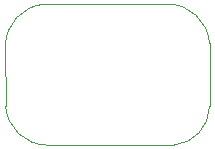
<source format=gbr>
%TF.GenerationSoftware,KiCad,Pcbnew,(5.1.9)-1*%
%TF.CreationDate,2021-01-09T16:59:08-05:00*%
%TF.ProjectId,jouleThief,6a6f756c-6554-4686-9965-662e6b696361,rev?*%
%TF.SameCoordinates,PX7e341b0PY5c0c740*%
%TF.FileFunction,Profile,NP*%
%FSLAX46Y46*%
G04 Gerber Fmt 4.6, Leading zero omitted, Abs format (unit mm)*
G04 Created by KiCad (PCBNEW (5.1.9)-1) date 2021-01-09 16:59:08*
%MOMM*%
%LPD*%
G01*
G04 APERTURE LIST*
%TA.AperFunction,Profile*%
%ADD10C,0.050000*%
%TD*%
G04 APERTURE END LIST*
D10*
X3810000Y0D02*
G75*
G02*
X254002Y3311060I1J3565059D01*
G01*
X244940Y8382002D02*
G75*
G02*
X3556000Y11938000I3565059J-1D01*
G01*
X17527404Y3302000D02*
G75*
G02*
X14478000Y0I-3312463J1D01*
G01*
X13970002Y11947060D02*
G75*
G02*
X17526000Y8636000I-1J-3565059D01*
G01*
X254002Y3311060D02*
X244940Y8382002D01*
X14478000Y0D02*
X3810000Y0D01*
X17526000Y8636000D02*
X17527404Y3302000D01*
X3556000Y11938000D02*
X13970002Y11947060D01*
M02*

</source>
